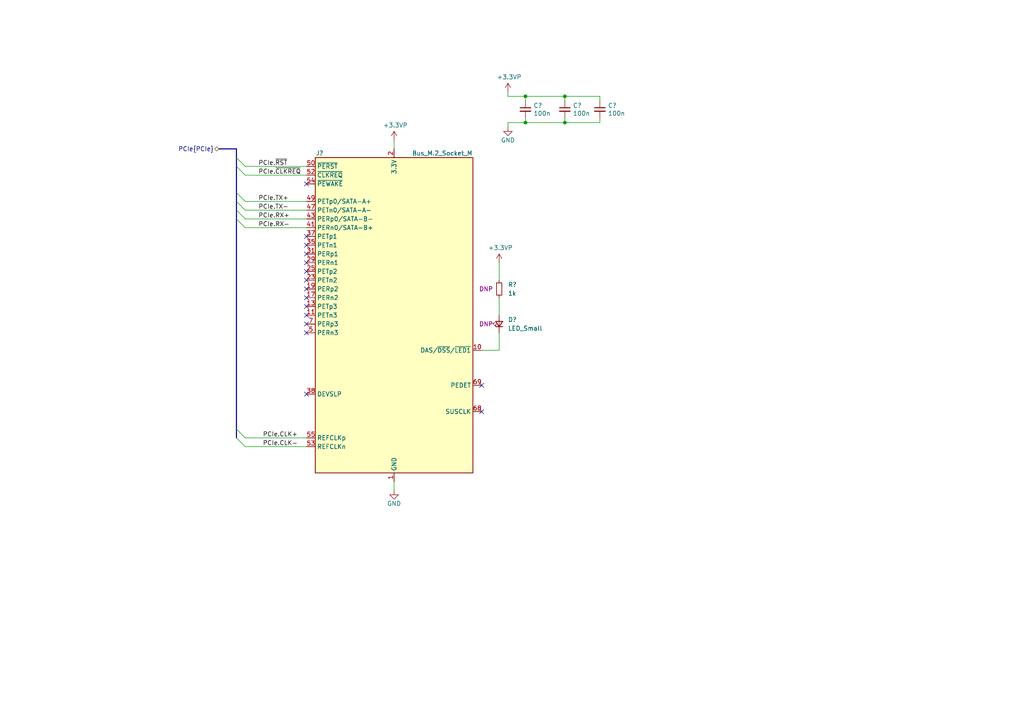
<source format=kicad_sch>
(kicad_sch (version 20201015) (generator eeschema)
  (paper "A4")
  (lib_symbols
    (symbol "Connector:Bus_M.2_Socket_M"
      (property "Reference" "J" (at -22.86 46.99 0))
      (property "Value" "Bus_M.2_Socket_M" (at 16.51 46.99 0))
      (symbol "Bus_M.2_Socket_M_0_1"
        (rectangle (start -22.86 45.72) (end 22.86 -45.72) (stroke (width 0.254)) (fill (type background)))
      )
      (symbol "Bus_M.2_Socket_M_1_1"
        (pin power_in line (at 0 -48.26 90) (length 2.54) (name "GND") (number "1"))
        (pin bidirectional line (at 25.4 -10.16 180) (length 2.54) (name "DAS/~DSS~/~LED1") (number "10"))
        (pin output line (at -25.4 0 0) (length 2.54) (name "PETn3") (number "11"))
        (pin passive line (at 0 48.26 270) (length 2.54) hide (name "3.3V") (number "12"))
        (pin output line (at -25.4 2.54 0) (length 2.54) (name "PETp3") (number "13"))
        (pin passive line (at 0 48.26 270) (length 2.54) hide (name "3.3V") (number "14"))
        (pin passive line (at 0 -48.26 90) (length 2.54) hide (name "GND") (number "15"))
        (pin passive line (at 0 48.26 270) (length 2.54) hide (name "3.3V") (number "16"))
        (pin input line (at -25.4 5.08 0) (length 2.54) (name "PERn2") (number "17"))
        (pin passive line (at 0 48.26 270) (length 2.54) hide (name "3.3V") (number "18"))
        (pin input line (at -25.4 7.62 0) (length 2.54) (name "PERp2") (number "19"))
        (pin power_in line (at 0 48.26 270) (length 2.54) (name "3.3V") (number "2"))
        (pin unconnected line (at 22.86 2.54 180) (length 2.54) hide (name "NC") (number "20"))
        (pin passive line (at 0 -48.26 90) (length 2.54) hide (name "GND") (number "21"))
        (pin unconnected line (at 22.86 5.08 180) (length 2.54) hide (name "NC") (number "22"))
        (pin output line (at -25.4 10.16 0) (length 2.54) (name "PETn2") (number "23"))
        (pin unconnected line (at 22.86 7.62 180) (length 2.54) hide (name "NC") (number "24"))
        (pin output line (at -25.4 12.7 0) (length 2.54) (name "PETp2") (number "25"))
        (pin unconnected line (at 22.86 10.16 180) (length 2.54) hide (name "NC") (number "26"))
        (pin passive line (at 0 -48.26 90) (length 2.54) hide (name "GND") (number "27"))
        (pin unconnected line (at 22.86 12.7 180) (length 2.54) hide (name "NC") (number "28"))
        (pin input line (at -25.4 15.24 0) (length 2.54) (name "PERn1") (number "29"))
        (pin passive line (at 0 -48.26 90) (length 2.54) hide (name "GND") (number "3"))
        (pin unconnected line (at 22.86 15.24 180) (length 2.54) hide (name "NC") (number "30"))
        (pin input line (at -25.4 17.78 0) (length 2.54) (name "PERp1") (number "31"))
        (pin unconnected line (at 22.86 17.78 180) (length 2.54) hide (name "NC") (number "32"))
        (pin passive line (at 0 -48.26 90) (length 2.54) hide (name "GND") (number "33"))
        (pin unconnected line (at 22.86 20.32 180) (length 2.54) hide (name "NC") (number "34"))
        (pin output line (at -25.4 20.32 0) (length 2.54) (name "PETn1") (number "35"))
        (pin unconnected line (at 22.86 22.86 180) (length 2.54) hide (name "NC") (number "36"))
        (pin output line (at -25.4 22.86 0) (length 2.54) (name "PETp1") (number "37"))
        (pin output line (at -25.4 -22.86 0) (length 2.54) (name "DEVSLP") (number "38"))
        (pin passive line (at 0 -48.26 90) (length 2.54) hide (name "GND") (number "39"))
        (pin passive line (at 0 48.26 270) (length 2.54) hide (name "3.3V") (number "4"))
        (pin unconnected line (at 22.86 25.4 180) (length 2.54) hide (name "NC") (number "40"))
        (pin input line (at -25.4 25.4 0) (length 2.54) (name "PERn0/SATA-B+") (number "41"))
        (pin unconnected line (at 22.86 27.94 180) (length 2.54) hide (name "NC") (number "42"))
        (pin input line (at -25.4 27.94 0) (length 2.54) (name "PERp0/SATA-B-") (number "43"))
        (pin unconnected line (at 22.86 30.48 180) (length 2.54) hide (name "NC") (number "44"))
        (pin passive line (at 0 -48.26 90) (length 2.54) hide (name "GND") (number "45"))
        (pin unconnected line (at 22.86 33.02 180) (length 2.54) hide (name "NC") (number "46"))
        (pin output line (at -25.4 30.48 0) (length 2.54) (name "PETn0/SATA-A-") (number "47"))
        (pin unconnected line (at 22.86 35.56 180) (length 2.54) hide (name "NC") (number "48"))
        (pin output line (at -25.4 33.02 0) (length 2.54) (name "PETp0/SATA-A+") (number "49"))
        (pin input line (at -25.4 -5.08 0) (length 2.54) (name "PERn3") (number "5"))
        (pin output line (at -25.4 43.18 0) (length 2.54) (name "~PERST") (number "50"))
        (pin passive line (at 0 -48.26 90) (length 2.54) hide (name "GND") (number "51"))
        (pin bidirectional line (at -25.4 40.64 0) (length 2.54) (name "~CLKREQ") (number "52"))
        (pin output line (at -25.4 -38.1 0) (length 2.54) (name "REFCLKn") (number "53"))
        (pin bidirectional line (at -25.4 38.1 0) (length 2.54) (name "~PEWAKE") (number "54"))
        (pin output line (at -25.4 -35.56 0) (length 2.54) (name "REFCLKp") (number "55"))
        (pin unconnected line (at 22.86 38.1 180) (length 2.54) hide (name "NC") (number "56"))
        (pin passive line (at 0 -48.26 90) (length 2.54) hide (name "GND") (number "57"))
        (pin unconnected line (at 22.86 40.64 180) (length 2.54) hide (name "NC") (number "58"))
        (pin unconnected line (at 22.86 -2.54 180) (length 2.54) hide (name "NC") (number "6"))
        (pin unconnected line (at 22.86 -5.08 180) (length 2.54) hide (name "NC") (number "67"))
        (pin output line (at 25.4 -27.94 180) (length 2.54) (name "SUSCLK") (number "68"))
        (pin passive line (at 25.4 -20.32 180) (length 2.54) (name "PEDET") (number "69"))
        (pin input line (at -25.4 -2.54 0) (length 2.54) (name "PERp3") (number "7"))
        (pin passive line (at 0 48.26 270) (length 2.54) hide (name "3.3V") (number "70"))
        (pin passive line (at 0 -48.26 90) (length 2.54) hide (name "GND") (number "71"))
        (pin passive line (at 0 48.26 270) (length 2.54) hide (name "3.3V") (number "72"))
        (pin passive line (at 0 -48.26 90) (length 2.54) hide (name "GND") (number "73"))
        (pin passive line (at 0 48.26 270) (length 2.54) hide (name "3.3V") (number "74"))
        (pin passive line (at 0 -48.26 90) (length 2.54) hide (name "GND") (number "75"))
        (pin unconnected line (at 22.86 0 180) (length 2.54) hide (name "NC") (number "8"))
        (pin passive line (at 0 -48.26 90) (length 2.54) hide (name "GND") (number "9"))
      )
    )
    (symbol "Device:C_Small" (pin_numbers hide) (pin_names (offset 0.254) hide)
      (property "Reference" "C" (at 0.254 1.778 0))
      (property "Value" "C_Small" (at 0.254 -2.032 0))
      (symbol "C_Small_0_1"
        (polyline (pts (xy -1.524 -0.508) (xy 1.524 -0.508)) (stroke (width 0.3302)))
        (polyline (pts (xy -1.524 0.508) (xy 1.524 0.508)) (stroke (width 0.3048)))
      )
      (symbol "C_Small_1_1"
        (pin passive line (at 0 2.54 270) (length 2.032) (name "~") (number "1"))
        (pin passive line (at 0 -2.54 90) (length 2.032) (name "~") (number "2"))
      )
    )
    (symbol "Device:LED_Small" (pin_numbers hide) (pin_names (offset 0.254) hide)
      (property "Reference" "D" (at -1.27 3.175 0))
      (property "Value" "LED_Small" (at -4.445 -2.54 0))
      (symbol "LED_Small_0_1"
        (polyline (pts (xy -0.762 -1.016) (xy -0.762 1.016)) (stroke (width 0.254)))
        (polyline (pts (xy 1.016 0) (xy -0.762 0)))
        (polyline (pts (xy 0.762 -1.016) (xy -0.762 0) (xy 0.762 1.016) (xy 0.762 -1.016)) (stroke (width 0.254)))
        (polyline (pts (xy 0 0.762) (xy -0.508 1.27) (xy -0.254 1.27) (xy -0.508 1.27) (xy -0.508 1.016)))
        (polyline (pts (xy 0.508 1.27) (xy 0 1.778) (xy 0.254 1.778) (xy 0 1.778) (xy 0 1.524)))
      )
      (symbol "LED_Small_1_1"
        (pin passive line (at -2.54 0 0) (length 1.778) (name "K") (number "1"))
        (pin passive line (at 2.54 0 180) (length 1.778) (name "A") (number "2"))
      )
    )
    (symbol "Device:R_Small" (pin_numbers hide) (pin_names (offset 0.254) hide)
      (property "Reference" "R" (at 0.762 0.508 0))
      (property "Value" "R_Small" (at 0.762 -1.016 0))
      (symbol "R_Small_0_1"
        (rectangle (start -0.762 1.778) (end 0.762 -1.778) (stroke (width 0.2032)))
      )
      (symbol "R_Small_1_1"
        (pin passive line (at 0 2.54 270) (length 0.762) (name "~") (number "1"))
        (pin passive line (at 0 -2.54 90) (length 0.762) (name "~") (number "2"))
      )
    )
    (symbol "power:+3.3VP" (power) (pin_names (offset 0))
      (property "Value" "+3.3VP" (at 0 2.54 0))
      (symbol "+3.3VP_0_0"
        (pin power_in line (at 0 0 90) (length 0) hide (name "+3.3VP") (number "1"))
      )
      (symbol "+3.3VP_0_1"
        (polyline (pts (xy -0.762 1.27) (xy 0 2.54)))
        (polyline (pts (xy 0 0) (xy 0 2.54)))
        (polyline (pts (xy 0 2.54) (xy 0.762 1.27)))
      )
    )
    (symbol "power:GND" (power) (pin_names (offset 0))
      (property "Value" "GND" (at 0 -3.81 0))
      (symbol "GND_0_1"
        (polyline (pts (xy 0 0) (xy 0 -1.27) (xy 1.27 -1.27) (xy 0 -2.54) (xy -1.27 -1.27) (xy 0 -1.27)))
      )
      (symbol "GND_1_1"
        (pin power_in line (at 0 0 270) (length 0) hide (name "GND") (number "1"))
      )
    )
  )
  (junction (at 152.4 27.94) (diameter 0.9144))
  (junction (at 152.4 35.56) (diameter 0.9144))
  (junction (at 163.83 27.94) (diameter 0.9144))
  (junction (at 163.83 35.56) (diameter 0.9144))
  (no_connect (at 88.9 53.34))
  (no_connect (at 88.9 68.58))
  (no_connect (at 88.9 71.12))
  (no_connect (at 88.9 73.66))
  (no_connect (at 88.9 76.2))
  (no_connect (at 88.9 78.74))
  (no_connect (at 88.9 81.28))
  (no_connect (at 88.9 83.82))
  (no_connect (at 88.9 86.36))
  (no_connect (at 88.9 88.9))
  (no_connect (at 88.9 91.44))
  (no_connect (at 88.9 93.98))
  (no_connect (at 88.9 96.52))
  (no_connect (at 88.9 114.3))
  (no_connect (at 139.7 111.76))
  (no_connect (at 139.7 119.38))
  (bus_entry (at 68.58 45.72) (size 2.54 2.54) (stroke (width 0.1524)))
  (bus_entry (at 68.58 48.26) (size 2.54 2.54) (stroke (width 0.1524)))
  (bus_entry (at 68.58 55.88) (size 2.54 2.54) (stroke (width 0.1524)))
  (bus_entry (at 68.58 58.42) (size 2.54 2.54) (stroke (width 0.1524)))
  (bus_entry (at 68.58 60.96) (size 2.54 2.54) (stroke (width 0.1524)))
  (bus_entry (at 68.58 63.5) (size 2.54 2.54) (stroke (width 0.1524)))
  (bus_entry (at 68.58 124.46) (size 2.54 2.54) (stroke (width 0.1524)))
  (bus_entry (at 68.58 127) (size 2.54 2.54) (stroke (width 0.1524)))
  (wire (pts (xy 71.12 48.26) (xy 88.9 48.26)))
  (wire (pts (xy 71.12 50.8) (xy 88.9 50.8)))
  (wire (pts (xy 71.12 58.42) (xy 88.9 58.42)))
  (wire (pts (xy 71.12 60.96) (xy 88.9 60.96)))
  (wire (pts (xy 71.12 63.5) (xy 88.9 63.5)))
  (wire (pts (xy 71.12 66.04) (xy 88.9 66.04)))
  (wire (pts (xy 71.12 127) (xy 88.9 127)))
  (wire (pts (xy 71.12 129.54) (xy 88.9 129.54)))
  (wire (pts (xy 114.3 40.64) (xy 114.3 43.18)))
  (wire (pts (xy 114.3 139.7) (xy 114.3 142.24)))
  (wire (pts (xy 139.7 101.6) (xy 144.78 101.6)))
  (wire (pts (xy 144.78 76.2) (xy 144.78 81.28)))
  (wire (pts (xy 144.78 86.36) (xy 144.78 91.44)))
  (wire (pts (xy 144.78 96.52) (xy 144.78 101.6)))
  (wire (pts (xy 147.32 26.67) (xy 147.32 27.94)))
  (wire (pts (xy 147.32 27.94) (xy 152.4 27.94)))
  (wire (pts (xy 147.32 35.56) (xy 147.32 36.83)))
  (wire (pts (xy 147.32 35.56) (xy 152.4 35.56)))
  (wire (pts (xy 152.4 27.94) (xy 152.4 29.21)))
  (wire (pts (xy 152.4 27.94) (xy 163.83 27.94)))
  (wire (pts (xy 152.4 34.29) (xy 152.4 35.56)))
  (wire (pts (xy 152.4 35.56) (xy 163.83 35.56)))
  (wire (pts (xy 163.83 27.94) (xy 163.83 29.21)))
  (wire (pts (xy 163.83 27.94) (xy 173.99 27.94)))
  (wire (pts (xy 163.83 34.29) (xy 163.83 35.56)))
  (wire (pts (xy 163.83 35.56) (xy 173.99 35.56)))
  (wire (pts (xy 173.99 27.94) (xy 173.99 29.21)))
  (wire (pts (xy 173.99 34.29) (xy 173.99 35.56)))
  (bus (pts (xy 63.5 43.18) (xy 68.58 43.18)))
  (bus (pts (xy 68.58 43.18) (xy 68.58 45.72)))
  (bus (pts (xy 68.58 45.72) (xy 68.58 48.26)))
  (bus (pts (xy 68.58 48.26) (xy 68.58 55.88)))
  (bus (pts (xy 68.58 55.88) (xy 68.58 58.42)))
  (bus (pts (xy 68.58 58.42) (xy 68.58 60.96)))
  (bus (pts (xy 68.58 60.96) (xy 68.58 63.5)))
  (bus (pts (xy 68.58 63.5) (xy 68.58 124.46)))
  (bus (pts (xy 68.58 124.46) (xy 68.58 127)))
  (label "PCIe.~RST" (at 74.93 48.26 0))
  (label "PCIe.~CLKREQ" (at 74.93 50.8 0))
  (label "PCIe.TX+" (at 74.93 58.42 0))
  (label "PCIe.TX-" (at 74.93 60.96 0))
  (label "PCIe.RX+" (at 74.93 63.5 0))
  (label "PCIe.RX-" (at 74.93 66.04 0))
  (label "PCIe.CLK+" (at 76.2 127 0))
  (label "PCIe.CLK-" (at 76.2 129.54 0))
  (hierarchical_label "PCIe{PCIe}" (shape bidirectional) (at 63.5 43.18 180))
  (symbol (lib_id "power:+3.3VP") (at 114.3 40.64 0) (unit 1)
    (property "Reference" "#PWR0186" (effects hide))
    (property "Value" "+3.3VP" (at 114.6683 36.3156 0))
  )
  (symbol (lib_id "power:+3.3VP") (at 144.78 76.2 0) (unit 1)
    (property "Reference" "#PWR0187" (effects hide))
    (property "Value" "+3.3VP" (at 145.1483 71.8756 0))
  )
  (symbol (lib_id "power:+3.3VP") (at 147.32 26.67 0) (unit 1)
    (property "Reference" "#PWR0185" (effects hide))
    (property "Value" "+3.3VP" (at 147.6883 22.3456 0))
  )
  (symbol (lib_id "power:GND") (at 114.3 142.24 0) (unit 1)
    (property "Reference" "#PWR0189" (effects hide))
    (property "Value" "GND" (at 114.3 146.05 0))
  )
  (symbol (lib_id "power:GND") (at 147.32 36.83 0) (unit 1)
    (property "Reference" "#PWR0188" (effects hide))
    (property "Value" "GND" (at 147.32 40.64 0))
  )
  (symbol (lib_id "Device:R_Small") (at 144.78 83.82 0) (unit 1)
    (property "Reference" "R?" (at 147.32 82.55 0) (effects (justify left)))
    (property "Value" "1k" (at 147.32 85.09 0) (effects (justify left)))
    (property "Config" "DNP" (at 140.97 83.82 0))
  )
  (symbol (lib_id "Device:LED_Small") (at 144.78 93.98 90) (unit 1)
    (property "Reference" "D?" (at 147.32 92.71 90) (effects (justify right)))
    (property "Value" "LED_Small" (at 147.32 95.25 90) (effects (justify right)))
    (property "Footprint" "LED_SMD:LED_0603_1608Metric" (effects hide))
    (property "Config" "DNP" (at 140.97 93.98 90))
    (property "Manufacturer" "Lite-On" (effects hide))
    (property "PartNumber" "LTST-C191TBKT" (effects hide))
  )
  (symbol (lib_id "Device:C_Small") (at 152.4 31.75 0) (unit 1)
    (property "Reference" "C?" (at 154.7242 30.6006 0) (effects (justify left)))
    (property "Value" "100n" (at 154.724 32.899 0) (effects (justify left)))
  )
  (symbol (lib_id "Device:C_Small") (at 163.83 31.75 0) (unit 1)
    (property "Reference" "C?" (at 166.1542 30.6006 0) (effects (justify left)))
    (property "Value" "100n" (at 166.154 32.899 0) (effects (justify left)))
  )
  (symbol (lib_id "Device:C_Small") (at 173.99 31.75 0) (unit 1)
    (property "Reference" "C?" (at 176.3142 30.6006 0) (effects (justify left)))
    (property "Value" "100n" (at 176.314 32.899 0) (effects (justify left)))
  )
  (symbol (lib_id "Connector:Bus_M.2_Socket_M") (at 114.3 91.44 0) (unit 1)
    (property "Reference" "J?" (at 92.71 44.45 0))
    (property "Value" "Bus_M.2_Socket_M" (at 128.27 44.45 0))
    (property "Footprint" "LightBlue:TE_2199230_Bus_M.2_M_H4.2mm_P0.5mm_Horizontal" (effects hide))
    (property "Datasheet" "http://read.pudn.com/downloads794/doc/project/3133918/PCIe_M.2_Electromechanical_Spec_Rev1.0_Final_11012013_RS_Clean.pdf#page=155" (effects hide))
    (property "Manufacturer" "TE" (effects hide))
    (property "PartNumber" "1-2199119-5" (effects hide))
  )
)
</source>
